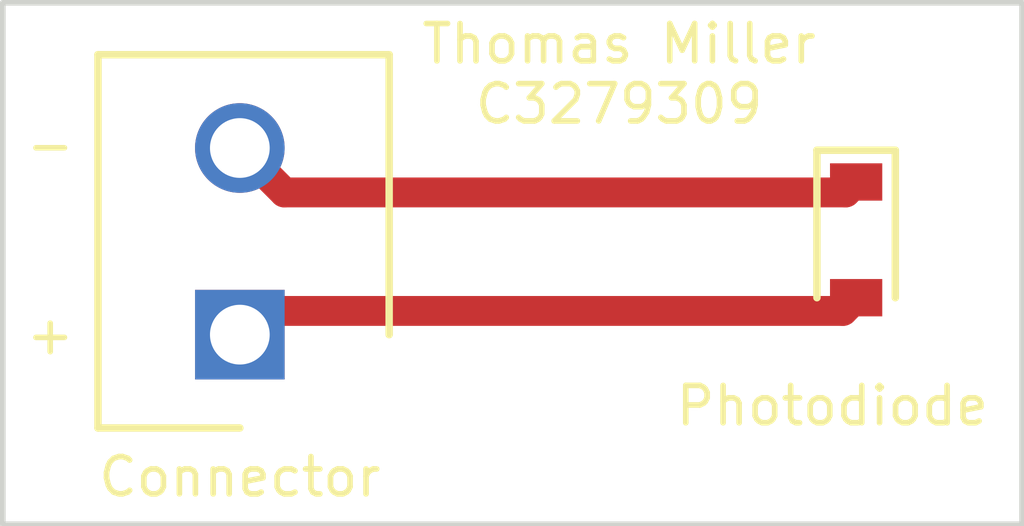
<source format=kicad_pcb>
(kicad_pcb (version 20171130) (host pcbnew 5.1.6)

  (general
    (thickness 1.6)
    (drawings 7)
    (tracks 6)
    (zones 0)
    (modules 2)
    (nets 3)
  )

  (page A4)
  (layers
    (0 F.Cu signal)
    (31 B.Cu signal)
    (32 B.Adhes user)
    (33 F.Adhes user)
    (34 B.Paste user)
    (35 F.Paste user)
    (36 B.SilkS user)
    (37 F.SilkS user)
    (38 B.Mask user)
    (39 F.Mask user)
    (40 Dwgs.User user)
    (41 Cmts.User user)
    (42 Eco1.User user)
    (43 Eco2.User user)
    (44 Edge.Cuts user)
    (45 Margin user)
    (46 B.CrtYd user)
    (47 F.CrtYd user)
    (48 B.Fab user)
    (49 F.Fab user)
  )

  (setup
    (last_trace_width 0.8)
    (trace_clearance 0.25)
    (zone_clearance 0.508)
    (zone_45_only no)
    (trace_min 0.2)
    (via_size 0.9)
    (via_drill 0.4)
    (via_min_size 0.4)
    (via_min_drill 0.3)
    (uvia_size 0.3)
    (uvia_drill 0.1)
    (uvias_allowed no)
    (uvia_min_size 0.2)
    (uvia_min_drill 0.1)
    (edge_width 0.15)
    (segment_width 0.2)
    (pcb_text_width 0.3)
    (pcb_text_size 1.5 1.5)
    (mod_edge_width 0.15)
    (mod_text_size 1 1)
    (mod_text_width 0.15)
    (pad_size 1.524 1.524)
    (pad_drill 0.762)
    (pad_to_mask_clearance 0.2)
    (aux_axis_origin 0 0)
    (visible_elements 7FFFFFFF)
    (pcbplotparams
      (layerselection 0x010fc_ffffffff)
      (usegerberextensions true)
      (usegerberattributes false)
      (usegerberadvancedattributes false)
      (creategerberjobfile false)
      (excludeedgelayer true)
      (linewidth 0.150000)
      (plotframeref false)
      (viasonmask false)
      (mode 1)
      (useauxorigin false)
      (hpglpennumber 1)
      (hpglpenspeed 20)
      (hpglpendiameter 15.000000)
      (psnegative false)
      (psa4output false)
      (plotreference true)
      (plotvalue true)
      (plotinvisibletext false)
      (padsonsilk false)
      (subtractmaskfromsilk false)
      (outputformat 1)
      (mirror false)
      (drillshape 0)
      (scaleselection 1)
      (outputdirectory "Gerber Files/PD/"))
  )

  (net 0 "")
  (net 1 "Net-(Connector1-Pad1)")
  (net 2 "Net-(Connector1-Pad2)")

  (net_class Default "This is the default net class."
    (clearance 0.25)
    (trace_width 0.8)
    (via_dia 0.9)
    (via_drill 0.4)
    (uvia_dia 0.3)
    (uvia_drill 0.1)
    (add_net "Net-(Connector1-Pad1)")
    (add_net "Net-(Connector1-Pad2)")
  )

  (module SamacSys_Parts:SHDR2W100P0X500_1X2_1000X780X1030P (layer F.Cu) (tedit 0) (tstamp 5F507A5B)
    (at 109.22 59.055 90)
    (descr TB003-500-P02BE)
    (tags Connector)
    (path /5F51AB50)
    (fp_text reference Connector (at -3.81 0 180) (layer F.SilkS)
      (effects (font (size 1 1) (thickness 0.15)))
    )
    (fp_text value TB003-500-P02BE (at 0 0 90) (layer F.SilkS) hide
      (effects (font (size 1.27 1.27) (thickness 0.254)))
    )
    (fp_line (start -2.5 -3.8) (end -2.5 0) (layer F.SilkS) (width 0.2))
    (fp_line (start 7.5 -3.8) (end -2.5 -3.8) (layer F.SilkS) (width 0.2))
    (fp_line (start 7.5 4) (end 7.5 -3.8) (layer F.SilkS) (width 0.2))
    (fp_line (start 0 4) (end 7.5 4) (layer F.SilkS) (width 0.2))
    (fp_line (start 7.5 4) (end -2.5 4) (layer F.Fab) (width 0.1))
    (fp_line (start 7.5 -3.8) (end 7.5 4) (layer F.Fab) (width 0.1))
    (fp_line (start -2.5 -3.8) (end 7.5 -3.8) (layer F.Fab) (width 0.1))
    (fp_line (start -2.5 4) (end -2.5 -3.8) (layer F.Fab) (width 0.1))
    (fp_line (start 7.75 4.25) (end -2.75 4.25) (layer F.CrtYd) (width 0.05))
    (fp_line (start 7.75 -4.05) (end 7.75 4.25) (layer F.CrtYd) (width 0.05))
    (fp_line (start -2.75 -4.05) (end 7.75 -4.05) (layer F.CrtYd) (width 0.05))
    (fp_line (start -2.75 4.25) (end -2.75 -4.05) (layer F.CrtYd) (width 0.05))
    (fp_text user %R (at 0 0 90) (layer F.Fab)
      (effects (font (size 1.27 1.27) (thickness 0.254)))
    )
    (pad 1 thru_hole rect (at 0 0 90) (size 2.4 2.4) (drill 1.6) (layers *.Cu *.Mask)
      (net 1 "Net-(Connector1-Pad1)"))
    (pad 2 thru_hole circle (at 5 0 90) (size 2.4 2.4) (drill 1.6) (layers *.Cu *.Mask)
      (net 2 "Net-(Connector1-Pad2)"))
    (model "E:\\Documents\\OneDrive - The University Of Newcastle\\2020 Semester 1\\Final Year Engineering Project Part A\\PCB\\KiCad Parts Library\\SamacSys_Parts.3dshapes\\TB003-500-P02BE.stp"
      (at (xyz 0 0 0))
      (scale (xyz 1 1 1))
      (rotate (xyz 0 0 0))
    )
  )

  (module SamacSys_Parts:LEDC3212X100N (layer F.Cu) (tedit 0) (tstamp 5F507A6E)
    (at 125.73 56.515 270)
    (descr "SFH 2711")
    (tags LED)
    (path /5F51951E)
    (attr smd)
    (fp_text reference Photodiode (at 4.445 0.635 180) (layer F.SilkS)
      (effects (font (size 1 1) (thickness 0.15)))
    )
    (fp_text value SFH_2711 (at 0 0 90) (layer F.SilkS) hide
      (effects (font (size 1.27 1.27) (thickness 0.254)))
    )
    (fp_line (start -2.4 1.05) (end 1.55 1.05) (layer F.SilkS) (width 0.2))
    (fp_line (start -2.4 -1.05) (end -2.4 1.05) (layer F.SilkS) (width 0.2))
    (fp_line (start 1.55 -1.05) (end -2.4 -1.05) (layer F.SilkS) (width 0.2))
    (fp_line (start -1.61 -0.208) (end -1.193 -0.625) (layer F.Fab) (width 0.1))
    (fp_line (start -1.61 0.625) (end -1.61 -0.625) (layer F.Fab) (width 0.1))
    (fp_line (start 1.61 0.625) (end -1.61 0.625) (layer F.Fab) (width 0.1))
    (fp_line (start 1.61 -0.625) (end 1.61 0.625) (layer F.Fab) (width 0.1))
    (fp_line (start -1.61 -0.625) (end 1.61 -0.625) (layer F.Fab) (width 0.1))
    (fp_line (start -2.5 1.15) (end -2.5 -1.15) (layer F.CrtYd) (width 0.05))
    (fp_line (start 2.5 1.15) (end -2.5 1.15) (layer F.CrtYd) (width 0.05))
    (fp_line (start 2.5 -1.15) (end 2.5 1.15) (layer F.CrtYd) (width 0.05))
    (fp_line (start -2.5 -1.15) (end 2.5 -1.15) (layer F.CrtYd) (width 0.05))
    (fp_text user %R (at 0 0 90) (layer F.Fab)
      (effects (font (size 1.27 1.27) (thickness 0.254)))
    )
    (pad 1 smd rect (at -1.55 0 270) (size 1 1.4) (layers F.Cu F.Paste F.Mask)
      (net 2 "Net-(Connector1-Pad2)"))
    (pad 2 smd rect (at 1.55 0 270) (size 1 1.4) (layers F.Cu F.Paste F.Mask)
      (net 1 "Net-(Connector1-Pad1)"))
  )

  (gr_text "Thomas Miller\nC3279309" (at 119.38 52.07) (layer F.SilkS)
    (effects (font (size 1 1) (thickness 0.15)))
  )
  (gr_text - (at 104.14 53.975) (layer F.SilkS)
    (effects (font (size 1 1) (thickness 0.15)))
  )
  (gr_text + (at 104.14 59.055) (layer F.SilkS)
    (effects (font (size 1 1) (thickness 0.15)))
  )
  (gr_line (start 102.87 64.135) (end 102.87 50.165) (layer Edge.Cuts) (width 0.15) (tstamp 5F507BE6))
  (gr_line (start 130.175 64.135) (end 102.87 64.135) (layer Edge.Cuts) (width 0.15))
  (gr_line (start 130.175 50.165) (end 130.175 64.135) (layer Edge.Cuts) (width 0.15))
  (gr_line (start 102.87 50.165) (end 130.175 50.165) (layer Edge.Cuts) (width 0.15))

  (segment (start 109.855 58.42) (end 109.22 59.055) (width 0.8) (layer F.Cu) (net 1))
  (segment (start 125.73 58.065) (end 125.375 58.42) (width 0.8) (layer F.Cu) (net 1))
  (segment (start 125.375 58.42) (end 109.855 58.42) (width 0.8) (layer F.Cu) (net 1))
  (segment (start 110.41 55.245) (end 109.22 54.055) (width 0.8) (layer F.Cu) (net 2))
  (segment (start 125.73 54.965) (end 125.45 55.245) (width 0.8) (layer F.Cu) (net 2))
  (segment (start 125.45 55.245) (end 110.41 55.245) (width 0.8) (layer F.Cu) (net 2))

)

</source>
